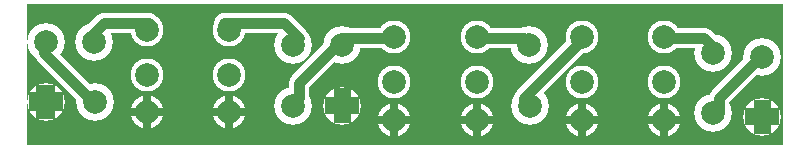
<source format=gbr>
%FSLAX34Y34*%
%MOMM*%
%LNCOPPER_BOTTOM*%
G71*
G01*
%ADD10C,2.800*%
%ADD11C,2.800*%
%ADD12C,3.200*%
%ADD13C,1.700*%
%ADD14C,0.667*%
%ADD15C,1.607*%
%ADD16C,1.447*%
%ADD17C,2.000*%
%ADD18C,2.000*%
%ADD19C,0.900*%
%LPD*%
G36*
X0Y1000000D02*
X640000Y1000000D01*
X640000Y880000D01*
X0Y880000D01*
X0Y1000000D01*
G37*
%LPC*%
X101600Y977900D02*
G54D10*
D03*
X171450Y977900D02*
G54D10*
D03*
X101600Y908050D02*
G54D10*
D03*
X171450Y908050D02*
G54D10*
D03*
X171450Y939800D02*
G54D10*
D03*
X101600Y939800D02*
G54D10*
D03*
X101600Y908050D02*
G54D11*
D03*
X171450Y908050D02*
G54D11*
D03*
X16177Y967973D02*
G54D12*
D03*
X16290Y916992D02*
G54D12*
D03*
X57452Y967973D02*
G54D12*
D03*
X57564Y916992D02*
G54D12*
D03*
X16289Y916992D02*
G54D11*
D03*
X225727Y964798D02*
G54D12*
D03*
X225840Y913818D02*
G54D12*
D03*
X267002Y964798D02*
G54D12*
D03*
X267114Y913818D02*
G54D12*
D03*
X267115Y913817D02*
G54D11*
D03*
X311150Y971550D02*
G54D10*
D03*
X381000Y971550D02*
G54D10*
D03*
X311150Y901700D02*
G54D10*
D03*
X381000Y901700D02*
G54D10*
D03*
X381000Y933450D02*
G54D10*
D03*
X311150Y933450D02*
G54D10*
D03*
X311150Y901700D02*
G54D11*
D03*
X381000Y901700D02*
G54D11*
D03*
X425752Y964798D02*
G54D12*
D03*
X425864Y913818D02*
G54D12*
D03*
X469900Y971550D02*
G54D10*
D03*
X539750Y971550D02*
G54D10*
D03*
X469900Y901700D02*
G54D10*
D03*
X539750Y901700D02*
G54D10*
D03*
X539750Y933450D02*
G54D10*
D03*
X469900Y933450D02*
G54D10*
D03*
X469900Y901700D02*
G54D11*
D03*
X539750Y901700D02*
G54D11*
D03*
X581327Y958448D02*
G54D12*
D03*
X581440Y907468D02*
G54D12*
D03*
X622602Y955273D02*
G54D12*
D03*
X622714Y904292D02*
G54D12*
D03*
X622715Y904292D02*
G54D11*
D03*
G54D13*
X57452Y967973D02*
X53044Y970938D01*
X65744Y983638D01*
X103844Y983638D01*
X101600Y977900D01*
G54D13*
X225727Y964798D02*
X230844Y970938D01*
X218144Y983638D01*
X167344Y983638D01*
X171450Y977900D01*
G54D13*
X267002Y964798D02*
X268944Y970938D01*
X230844Y932838D01*
X230844Y920138D01*
X225840Y913818D01*
G54D13*
X311150Y971550D02*
X307044Y970938D01*
X268944Y970938D01*
X267002Y964798D01*
G54D13*
X425752Y964798D02*
X421344Y970938D01*
X383244Y970938D01*
X381000Y971550D01*
G54D13*
X469900Y971550D02*
X472144Y970938D01*
X421344Y920138D01*
X425864Y913818D01*
G54D13*
X581327Y958448D02*
X586444Y958238D01*
X573744Y970938D01*
X535644Y970938D01*
X539750Y971550D01*
G54D13*
X622602Y955273D02*
X624544Y958238D01*
X586444Y920138D01*
X586444Y907438D01*
X581440Y907468D01*
G54D13*
X57564Y916992D02*
X53044Y920138D01*
X14944Y958238D01*
X14944Y970938D01*
X16177Y967973D01*
%LPD*%
G54D14*
G36*
X98267Y908050D02*
X98267Y922550D01*
X104933Y922550D01*
X104933Y908050D01*
X98267Y908050D01*
G37*
G36*
X101600Y911383D02*
X116100Y911383D01*
X116100Y904717D01*
X101600Y904717D01*
X101600Y911383D01*
G37*
G36*
X104933Y908050D02*
X104933Y893550D01*
X98267Y893550D01*
X98267Y908050D01*
X104933Y908050D01*
G37*
G36*
X101600Y904717D02*
X87100Y904717D01*
X87100Y911383D01*
X101600Y911383D01*
X101600Y904717D01*
G37*
G54D14*
G36*
X168117Y908050D02*
X168117Y922550D01*
X174783Y922550D01*
X174783Y908050D01*
X168117Y908050D01*
G37*
G36*
X171450Y911383D02*
X185950Y911383D01*
X185950Y904717D01*
X171450Y904717D01*
X171450Y911383D01*
G37*
G36*
X174783Y908050D02*
X174783Y893550D01*
X168117Y893550D01*
X168117Y908050D01*
X174783Y908050D01*
G37*
G36*
X171450Y904717D02*
X156950Y904717D01*
X156950Y911383D01*
X171450Y911383D01*
X171450Y904717D01*
G37*
G54D15*
G36*
X8256Y916992D02*
X8256Y931492D01*
X24322Y931492D01*
X24322Y916992D01*
X8256Y916992D01*
G37*
G36*
X16289Y925025D02*
X30789Y925025D01*
X30789Y908959D01*
X16289Y908959D01*
X16289Y925025D01*
G37*
G36*
X24322Y916992D02*
X24322Y902492D01*
X8256Y902492D01*
X8256Y916992D01*
X24322Y916992D01*
G37*
G36*
X16289Y908959D02*
X1789Y908959D01*
X1789Y925025D01*
X16289Y925025D01*
X16289Y908959D01*
G37*
G54D16*
G36*
X259882Y913817D02*
X259882Y928317D01*
X274348Y928317D01*
X274348Y913817D01*
X259882Y913817D01*
G37*
G36*
X267115Y921050D02*
X281615Y921050D01*
X281615Y906584D01*
X267115Y906584D01*
X267115Y921050D01*
G37*
G36*
X274348Y913817D02*
X274348Y899317D01*
X259882Y899317D01*
X259882Y913817D01*
X274348Y913817D01*
G37*
G36*
X267115Y906584D02*
X252615Y906584D01*
X252615Y921050D01*
X267115Y921050D01*
X267115Y906584D01*
G37*
G54D14*
G36*
X307817Y901700D02*
X307817Y916200D01*
X314483Y916200D01*
X314483Y901700D01*
X307817Y901700D01*
G37*
G36*
X311150Y905033D02*
X325650Y905033D01*
X325650Y898367D01*
X311150Y898367D01*
X311150Y905033D01*
G37*
G36*
X314483Y901700D02*
X314483Y887200D01*
X307817Y887200D01*
X307817Y901700D01*
X314483Y901700D01*
G37*
G36*
X311150Y898367D02*
X296650Y898367D01*
X296650Y905033D01*
X311150Y905033D01*
X311150Y898367D01*
G37*
G54D14*
G36*
X377667Y901700D02*
X377667Y916200D01*
X384333Y916200D01*
X384333Y901700D01*
X377667Y901700D01*
G37*
G36*
X381000Y905033D02*
X395500Y905033D01*
X395500Y898367D01*
X381000Y898367D01*
X381000Y905033D01*
G37*
G36*
X384333Y901700D02*
X384333Y887200D01*
X377667Y887200D01*
X377667Y901700D01*
X384333Y901700D01*
G37*
G36*
X381000Y898367D02*
X366500Y898367D01*
X366500Y905033D01*
X381000Y905033D01*
X381000Y898367D01*
G37*
G54D14*
G36*
X466567Y901700D02*
X466567Y916200D01*
X473233Y916200D01*
X473233Y901700D01*
X466567Y901700D01*
G37*
G36*
X469900Y905033D02*
X484400Y905033D01*
X484400Y898367D01*
X469900Y898367D01*
X469900Y905033D01*
G37*
G36*
X473233Y901700D02*
X473233Y887200D01*
X466567Y887200D01*
X466567Y901700D01*
X473233Y901700D01*
G37*
G36*
X469900Y898367D02*
X455400Y898367D01*
X455400Y905033D01*
X469900Y905033D01*
X469900Y898367D01*
G37*
G54D14*
G36*
X536417Y901700D02*
X536417Y916200D01*
X543083Y916200D01*
X543083Y901700D01*
X536417Y901700D01*
G37*
G36*
X539750Y905033D02*
X554250Y905033D01*
X554250Y898367D01*
X539750Y898367D01*
X539750Y905033D01*
G37*
G36*
X543083Y901700D02*
X543083Y887200D01*
X536417Y887200D01*
X536417Y901700D01*
X543083Y901700D01*
G37*
G36*
X539750Y898367D02*
X525250Y898367D01*
X525250Y905033D01*
X539750Y905033D01*
X539750Y898367D01*
G37*
G54D16*
G36*
X615482Y904292D02*
X615482Y918792D01*
X629948Y918792D01*
X629948Y904292D01*
X615482Y904292D01*
G37*
G36*
X622715Y911525D02*
X637215Y911525D01*
X637215Y897059D01*
X622715Y897059D01*
X622715Y911525D01*
G37*
G36*
X629948Y904292D02*
X629948Y889792D01*
X615482Y889792D01*
X615482Y904292D01*
X629948Y904292D01*
G37*
G36*
X622715Y897059D02*
X608215Y897059D01*
X608215Y911525D01*
X622715Y911525D01*
X622715Y897059D01*
G37*
X101600Y977900D02*
G54D17*
D03*
X171450Y977900D02*
G54D17*
D03*
X101600Y908050D02*
G54D17*
D03*
X171450Y908050D02*
G54D17*
D03*
X171450Y939800D02*
G54D17*
D03*
X101600Y939800D02*
G54D17*
D03*
X101600Y908050D02*
G54D18*
D03*
X171450Y908050D02*
G54D18*
D03*
X16177Y967973D02*
G54D17*
D03*
X16290Y916992D02*
G54D17*
D03*
X57452Y967973D02*
G54D17*
D03*
X57564Y916992D02*
G54D17*
D03*
X16289Y916992D02*
G54D18*
D03*
X225727Y964798D02*
G54D17*
D03*
X225840Y913818D02*
G54D17*
D03*
X267002Y964798D02*
G54D17*
D03*
X267114Y913818D02*
G54D17*
D03*
X267115Y913817D02*
G54D18*
D03*
X311150Y971550D02*
G54D17*
D03*
X381000Y971550D02*
G54D17*
D03*
X311150Y901700D02*
G54D17*
D03*
X381000Y901700D02*
G54D17*
D03*
X381000Y933450D02*
G54D17*
D03*
X311150Y933450D02*
G54D17*
D03*
X311150Y901700D02*
G54D18*
D03*
X381000Y901700D02*
G54D18*
D03*
X425752Y964798D02*
G54D17*
D03*
X425864Y913818D02*
G54D17*
D03*
X469900Y971550D02*
G54D17*
D03*
X539750Y971550D02*
G54D17*
D03*
X469900Y901700D02*
G54D17*
D03*
X539750Y901700D02*
G54D17*
D03*
X539750Y933450D02*
G54D17*
D03*
X469900Y933450D02*
G54D17*
D03*
X469900Y901700D02*
G54D18*
D03*
X539750Y901700D02*
G54D18*
D03*
X581327Y958448D02*
G54D17*
D03*
X581440Y907468D02*
G54D17*
D03*
X622602Y955273D02*
G54D17*
D03*
X622714Y904292D02*
G54D17*
D03*
X622715Y904292D02*
G54D18*
D03*
G54D19*
X57452Y967973D02*
X53044Y970938D01*
X65744Y983638D01*
X103844Y983638D01*
X101600Y977900D01*
G54D19*
X225727Y964798D02*
X230844Y970938D01*
X218144Y983638D01*
X167344Y983638D01*
X171450Y977900D01*
G54D19*
X267002Y964798D02*
X268944Y970938D01*
X230844Y932838D01*
X230844Y920138D01*
X225840Y913818D01*
G54D19*
X311150Y971550D02*
X307044Y970938D01*
X268944Y970938D01*
X267002Y964798D01*
G54D19*
X425752Y964798D02*
X421344Y970938D01*
X383244Y970938D01*
X381000Y971550D01*
G54D19*
X469900Y971550D02*
X472144Y970938D01*
X421344Y920138D01*
X425864Y913818D01*
G54D19*
X581327Y958448D02*
X586444Y958238D01*
X573744Y970938D01*
X535644Y970938D01*
X539750Y971550D01*
G54D19*
X622602Y955273D02*
X624544Y958238D01*
X586444Y920138D01*
X586444Y907438D01*
X581440Y907468D01*
G54D19*
X57564Y916992D02*
X53044Y920138D01*
X14944Y958238D01*
X14944Y970938D01*
X16177Y967973D01*
M02*

</source>
